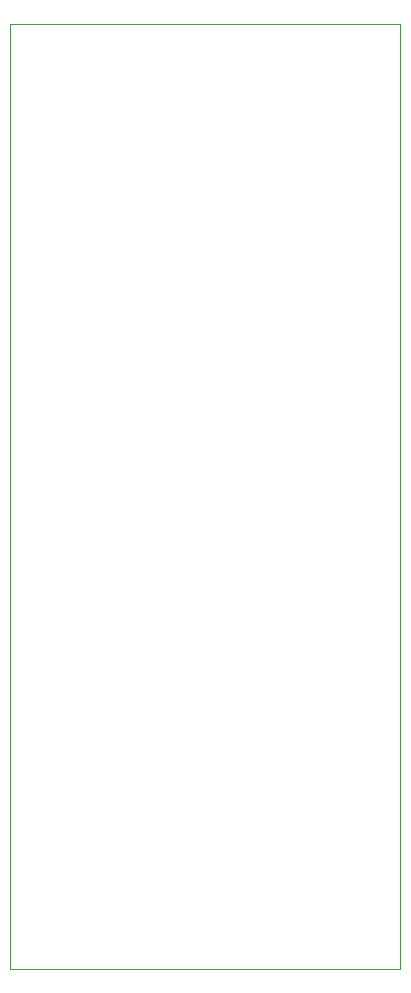
<source format=gbr>
%TF.GenerationSoftware,KiCad,Pcbnew,6.0.2+dfsg-1*%
%TF.CreationDate,2022-12-03T09:23:02-05:00*%
%TF.ProjectId,wiz5500-clone-4layer,77697a35-3530-4302-9d63-6c6f6e652d34,rev?*%
%TF.SameCoordinates,Original*%
%TF.FileFunction,Profile,NP*%
%FSLAX46Y46*%
G04 Gerber Fmt 4.6, Leading zero omitted, Abs format (unit mm)*
G04 Created by KiCad (PCBNEW 6.0.2+dfsg-1) date 2022-12-03 09:23:02*
%MOMM*%
%LPD*%
G01*
G04 APERTURE LIST*
%TA.AperFunction,Profile*%
%ADD10C,0.100000*%
%TD*%
G04 APERTURE END LIST*
D10*
X26670000Y-68580000D02*
X26670000Y-148590000D01*
X26670000Y-148590000D02*
X59690000Y-148590000D01*
X59690000Y-68580000D02*
X59690000Y-148590000D01*
X26670000Y-68580000D02*
X59690000Y-68580000D01*
M02*

</source>
